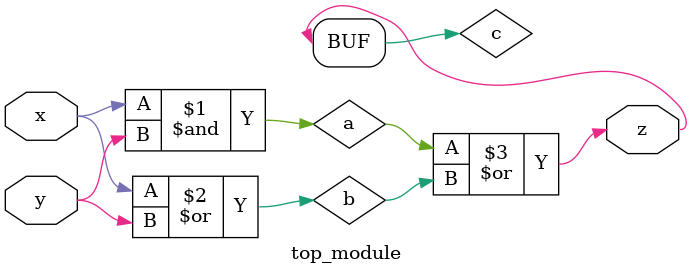
<source format=sv>
module top_module(
  input x,
  input y,
  output z);

  wire a, b, c;

  // First gate
  and gate1(a, x, y);     // a = x AND y

  // Second gate
  or gate2(b, x, y);      // b = x OR y

  // Third gate
  or gate3(c, a, b);      // c = a OR b
  
  // Fourth gate
  or gate4(z, c, c);       // z = c OR c

endmodule

</source>
